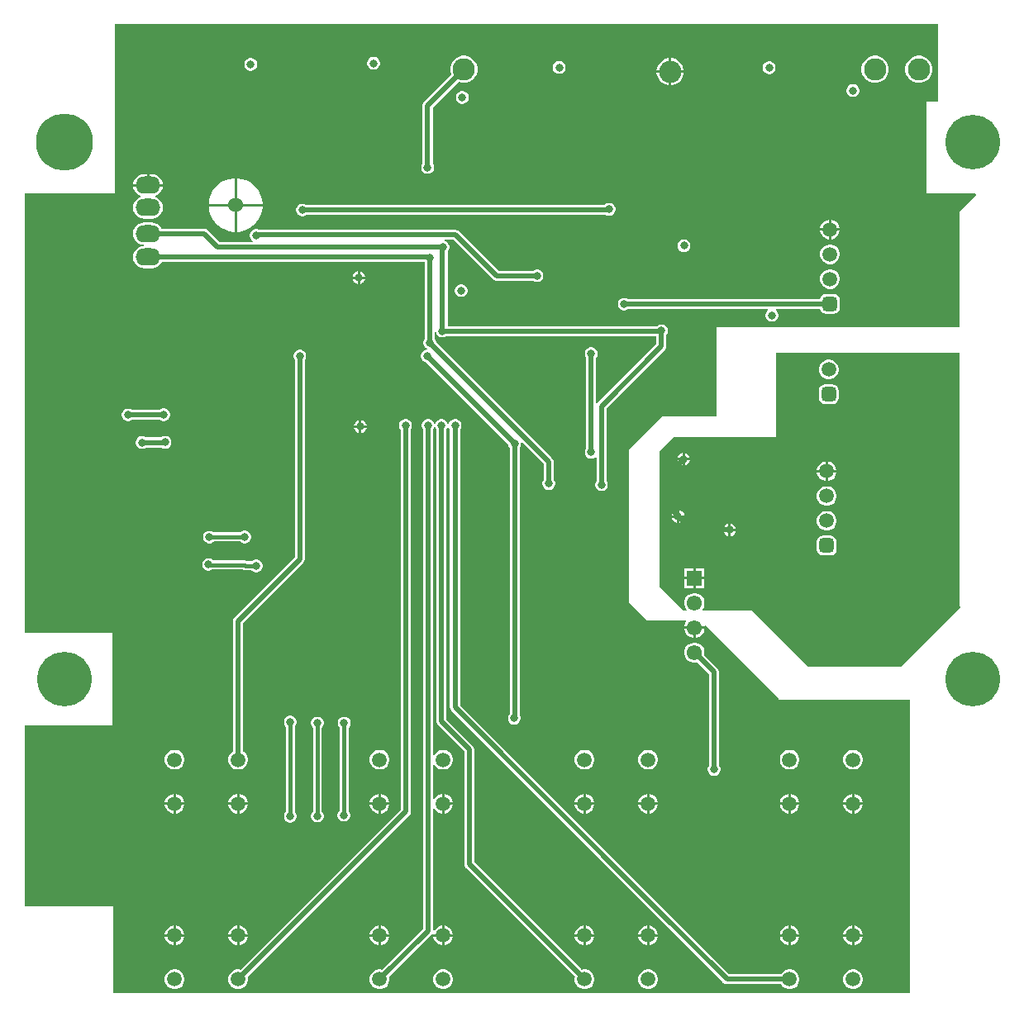
<source format=gbr>
%TF.GenerationSoftware,Altium Limited,Altium Designer,21.6.4 (81)*%
G04 Layer_Physical_Order=2*
G04 Layer_Color=16711680*
%FSLAX43Y43*%
%MOMM*%
%TF.SameCoordinates,6460C9BA-4ACB-47D4-91E6-0B69D92CFE26*%
%TF.FilePolarity,Positive*%
%TF.FileFunction,Copper,L2,Bot,Signal*%
%TF.Part,Single*%
G01*
G75*
%TA.AperFunction,Conductor*%
%ADD26C,0.400*%
%ADD27C,0.500*%
%TA.AperFunction,ComponentPad*%
%ADD31C,2.286*%
%ADD32O,2.540X1.778*%
%ADD33C,5.588*%
%ADD34C,5.842*%
%ADD35C,1.524*%
G04:AMPARAMS|DCode=36|XSize=1.5mm|YSize=1.5mm|CornerRadius=0.375mm|HoleSize=0mm|Usage=FLASHONLY|Rotation=90.000|XOffset=0mm|YOffset=0mm|HoleType=Round|Shape=RoundedRectangle|*
%AMROUNDEDRECTD36*
21,1,1.500,0.750,0,0,90.0*
21,1,0.750,1.500,0,0,90.0*
1,1,0.750,0.375,0.375*
1,1,0.750,0.375,-0.375*
1,1,0.750,-0.375,-0.375*
1,1,0.750,-0.375,0.375*
%
%ADD36ROUNDEDRECTD36*%
%ADD37C,1.500*%
%ADD38C,1.550*%
%ADD39R,1.550X1.550*%
%TA.AperFunction,ViaPad*%
%ADD40C,0.800*%
G36*
X96189Y40050D02*
X96217Y39912D01*
X96245Y39870D01*
X90150Y33775D01*
X80700D01*
X74950Y39525D01*
X69836D01*
X69788Y39642D01*
X69823Y39678D01*
X69959Y39913D01*
X70029Y40175D01*
Y40445D01*
X69959Y40707D01*
X69823Y40942D01*
X69632Y41133D01*
X69397Y41269D01*
X69135Y41339D01*
X68865D01*
X68603Y41269D01*
X68368Y41133D01*
X68177Y40942D01*
X68041Y40707D01*
X67971Y40445D01*
Y40175D01*
X68041Y39913D01*
X68177Y39678D01*
X68212Y39642D01*
X68164Y39525D01*
X67825D01*
X65400Y41950D01*
Y55818D01*
X66857Y57275D01*
X77385D01*
Y65950D01*
X91225Y65975D01*
X96189D01*
Y40050D01*
D02*
G37*
G36*
X93950Y91700D02*
X92812D01*
Y82275D01*
X97799D01*
X97847Y82158D01*
X96295Y80605D01*
X96217Y80488D01*
X96189Y80350D01*
Y68575D01*
X71275D01*
Y59400D01*
X65700D01*
X62275Y55975D01*
Y40375D01*
X64100Y38550D01*
X68159D01*
X68207Y38433D01*
X68177Y38402D01*
X68041Y38167D01*
X67971Y37905D01*
Y37897D01*
X69000D01*
X70029D01*
Y37905D01*
X70023Y37929D01*
X70133Y37992D01*
X77725Y30400D01*
X91050D01*
Y361D01*
X9475Y361D01*
Y9225D01*
X361D01*
X361Y27800D01*
X9375D01*
Y37250D01*
X361D01*
X361Y82250D01*
X9650D01*
Y99639D01*
X93950Y99639D01*
Y91700D01*
D02*
G37*
%LPC*%
G36*
X82907Y65249D02*
X82643D01*
X82387Y65181D01*
X82159Y65048D01*
X81972Y64861D01*
X81839Y64633D01*
X81771Y64377D01*
Y64113D01*
X81839Y63857D01*
X81972Y63629D01*
X82159Y63442D01*
X82387Y63309D01*
X82643Y63241D01*
X82907D01*
X83163Y63309D01*
X83391Y63442D01*
X83578Y63629D01*
X83711Y63857D01*
X83779Y64113D01*
Y64377D01*
X83711Y64633D01*
X83578Y64861D01*
X83391Y65048D01*
X83163Y65181D01*
X82907Y65249D01*
D02*
G37*
G36*
X83150Y62721D02*
X82400D01*
X82155Y62673D01*
X81947Y62533D01*
X81808Y62325D01*
X81759Y62080D01*
Y61330D01*
X81808Y61085D01*
X81947Y60877D01*
X82155Y60737D01*
X82400Y60689D01*
X83150D01*
X83395Y60737D01*
X83603Y60877D01*
X83743Y61085D01*
X83791Y61330D01*
Y62080D01*
X83743Y62325D01*
X83603Y62533D01*
X83395Y62673D01*
X83150Y62721D01*
D02*
G37*
G36*
X68027Y55693D02*
Y55177D01*
X68543D01*
X68509Y55302D01*
X68423Y55452D01*
X68302Y55573D01*
X68152Y55659D01*
X68027Y55693D01*
D02*
G37*
G36*
X67773D02*
X67648Y55659D01*
X67498Y55573D01*
X67377Y55452D01*
X67291Y55302D01*
X67257Y55177D01*
X67773D01*
Y55693D01*
D02*
G37*
G36*
X68543Y54923D02*
X68027D01*
Y54407D01*
X68152Y54441D01*
X68302Y54527D01*
X68423Y54648D01*
X68509Y54798D01*
X68543Y54923D01*
D02*
G37*
G36*
X67773D02*
X67257D01*
X67291Y54798D01*
X67377Y54648D01*
X67498Y54527D01*
X67648Y54441D01*
X67773Y54407D01*
Y54923D01*
D02*
G37*
G36*
X82682Y54814D02*
X82677D01*
Y53937D01*
X83554D01*
Y53942D01*
X83486Y54198D01*
X83353Y54426D01*
X83166Y54613D01*
X82938Y54746D01*
X82682Y54814D01*
D02*
G37*
G36*
X82423D02*
X82418D01*
X82162Y54746D01*
X81934Y54613D01*
X81747Y54426D01*
X81614Y54198D01*
X81546Y53942D01*
Y53937D01*
X82423D01*
Y54814D01*
D02*
G37*
G36*
X83554Y53683D02*
X82677D01*
Y52806D01*
X82682D01*
X82938Y52874D01*
X83166Y53007D01*
X83353Y53194D01*
X83486Y53422D01*
X83554Y53678D01*
Y53683D01*
D02*
G37*
G36*
X82423D02*
X81546D01*
Y53678D01*
X81614Y53422D01*
X81747Y53194D01*
X81934Y53007D01*
X82162Y52874D01*
X82418Y52806D01*
X82423D01*
Y53683D01*
D02*
G37*
G36*
X82682Y52274D02*
X82418D01*
X82162Y52206D01*
X81934Y52073D01*
X81747Y51886D01*
X81614Y51658D01*
X81546Y51402D01*
Y51138D01*
X81614Y50882D01*
X81747Y50654D01*
X81934Y50467D01*
X82162Y50334D01*
X82418Y50266D01*
X82682D01*
X82938Y50334D01*
X83166Y50467D01*
X83353Y50654D01*
X83486Y50882D01*
X83554Y51138D01*
Y51402D01*
X83486Y51658D01*
X83353Y51886D01*
X83166Y52073D01*
X82938Y52206D01*
X82682Y52274D01*
D02*
G37*
G36*
X67452Y49818D02*
Y49302D01*
X67968D01*
X67934Y49427D01*
X67848Y49577D01*
X67727Y49698D01*
X67577Y49784D01*
X67452Y49818D01*
D02*
G37*
G36*
X67198D02*
X67073Y49784D01*
X66923Y49698D01*
X66802Y49577D01*
X66716Y49427D01*
X66682Y49302D01*
X67198D01*
Y49818D01*
D02*
G37*
G36*
X67968Y49048D02*
X67452D01*
Y48532D01*
X67577Y48566D01*
X67727Y48652D01*
X67848Y48773D01*
X67934Y48923D01*
X67968Y49048D01*
D02*
G37*
G36*
X67198D02*
X66682D01*
X66716Y48923D01*
X66802Y48773D01*
X66923Y48652D01*
X67073Y48566D01*
X67198Y48532D01*
Y49048D01*
D02*
G37*
G36*
X72727Y48443D02*
Y47927D01*
X73243D01*
X73209Y48052D01*
X73123Y48202D01*
X73002Y48323D01*
X72852Y48409D01*
X72727Y48443D01*
D02*
G37*
G36*
X72473D02*
X72348Y48409D01*
X72198Y48323D01*
X72077Y48202D01*
X71991Y48052D01*
X71957Y47927D01*
X72473D01*
Y48443D01*
D02*
G37*
G36*
X82682Y49734D02*
X82418D01*
X82162Y49666D01*
X81934Y49533D01*
X81747Y49346D01*
X81614Y49118D01*
X81546Y48862D01*
Y48598D01*
X81614Y48342D01*
X81747Y48114D01*
X81934Y47927D01*
X82162Y47794D01*
X82418Y47726D01*
X82682D01*
X82938Y47794D01*
X83166Y47927D01*
X83353Y48114D01*
X83486Y48342D01*
X83554Y48598D01*
Y48862D01*
X83486Y49118D01*
X83353Y49346D01*
X83166Y49533D01*
X82938Y49666D01*
X82682Y49734D01*
D02*
G37*
G36*
X73243Y47673D02*
X72727D01*
Y47157D01*
X72852Y47191D01*
X73002Y47277D01*
X73123Y47398D01*
X73209Y47548D01*
X73243Y47673D01*
D02*
G37*
G36*
X72473D02*
X71957D01*
X71991Y47548D01*
X72077Y47398D01*
X72198Y47277D01*
X72348Y47191D01*
X72473Y47157D01*
Y47673D01*
D02*
G37*
G36*
X82925Y47206D02*
X82175D01*
X81930Y47158D01*
X81722Y47018D01*
X81582Y46810D01*
X81534Y46565D01*
Y45815D01*
X81582Y45570D01*
X81722Y45362D01*
X81930Y45222D01*
X82175Y45174D01*
X82925D01*
X83170Y45222D01*
X83378Y45362D01*
X83518Y45570D01*
X83566Y45815D01*
Y46565D01*
X83518Y46810D01*
X83378Y47018D01*
X83170Y47158D01*
X82925Y47206D01*
D02*
G37*
G36*
X70029Y43879D02*
X69127D01*
Y42977D01*
X70029D01*
Y43879D01*
D02*
G37*
G36*
X68873D02*
X67971D01*
Y42977D01*
X68873D01*
Y43879D01*
D02*
G37*
G36*
X70029Y42723D02*
X69127D01*
Y41821D01*
X70029D01*
Y42723D01*
D02*
G37*
G36*
X68873D02*
X67971D01*
Y41821D01*
X68873D01*
Y42723D01*
D02*
G37*
G36*
X36236Y96279D02*
X36064D01*
X35898Y96234D01*
X35748Y96148D01*
X35627Y96027D01*
X35541Y95877D01*
X35496Y95711D01*
Y95539D01*
X35541Y95373D01*
X35627Y95223D01*
X35748Y95102D01*
X35898Y95016D01*
X36064Y94971D01*
X36236D01*
X36402Y95016D01*
X36552Y95102D01*
X36673Y95223D01*
X36759Y95373D01*
X36804Y95539D01*
Y95711D01*
X36759Y95877D01*
X36673Y96027D01*
X36552Y96148D01*
X36402Y96234D01*
X36236Y96279D01*
D02*
G37*
G36*
X66709Y96147D02*
X66652D01*
Y94877D01*
X67922D01*
Y94934D01*
X67827Y95289D01*
X67643Y95608D01*
X67383Y95868D01*
X67064Y96052D01*
X66709Y96147D01*
D02*
G37*
G36*
X66398D02*
X66341D01*
X65986Y96052D01*
X65667Y95868D01*
X65407Y95608D01*
X65223Y95289D01*
X65128Y94934D01*
Y94877D01*
X66398D01*
Y96147D01*
D02*
G37*
G36*
X23636Y96154D02*
X23464D01*
X23298Y96109D01*
X23148Y96023D01*
X23027Y95902D01*
X22941Y95752D01*
X22896Y95586D01*
Y95414D01*
X22941Y95248D01*
X23027Y95098D01*
X23148Y94977D01*
X23298Y94891D01*
X23464Y94846D01*
X23636D01*
X23802Y94891D01*
X23952Y94977D01*
X24073Y95098D01*
X24159Y95248D01*
X24204Y95414D01*
Y95586D01*
X24159Y95752D01*
X24073Y95902D01*
X23952Y96023D01*
X23802Y96109D01*
X23636Y96154D01*
D02*
G37*
G36*
X55236Y95854D02*
X55064D01*
X54898Y95809D01*
X54748Y95723D01*
X54627Y95602D01*
X54541Y95452D01*
X54496Y95286D01*
Y95114D01*
X54541Y94948D01*
X54627Y94798D01*
X54748Y94677D01*
X54898Y94591D01*
X55064Y94546D01*
X55236D01*
X55402Y94591D01*
X55552Y94677D01*
X55673Y94798D01*
X55759Y94948D01*
X55804Y95114D01*
Y95286D01*
X55759Y95452D01*
X55673Y95602D01*
X55552Y95723D01*
X55402Y95809D01*
X55236Y95854D01*
D02*
G37*
G36*
X76736Y95804D02*
X76564D01*
X76398Y95759D01*
X76248Y95673D01*
X76127Y95552D01*
X76041Y95402D01*
X75996Y95236D01*
Y95064D01*
X76041Y94898D01*
X76127Y94748D01*
X76248Y94627D01*
X76398Y94541D01*
X76564Y94496D01*
X76736D01*
X76902Y94541D01*
X77052Y94627D01*
X77173Y94748D01*
X77259Y94898D01*
X77304Y95064D01*
Y95236D01*
X77259Y95402D01*
X77173Y95552D01*
X77052Y95673D01*
X76902Y95759D01*
X76736Y95804D01*
D02*
G37*
G36*
X92184Y96397D02*
X91816D01*
X91461Y96302D01*
X91142Y96118D01*
X90882Y95858D01*
X90698Y95539D01*
X90603Y95184D01*
Y94816D01*
X90698Y94461D01*
X90882Y94142D01*
X91142Y93882D01*
X91461Y93698D01*
X91816Y93603D01*
X92184D01*
X92539Y93698D01*
X92858Y93882D01*
X93118Y94142D01*
X93302Y94461D01*
X93397Y94816D01*
Y95184D01*
X93302Y95539D01*
X93118Y95858D01*
X92858Y96118D01*
X92539Y96302D01*
X92184Y96397D01*
D02*
G37*
G36*
X87684D02*
X87316D01*
X86961Y96302D01*
X86642Y96118D01*
X86382Y95858D01*
X86198Y95539D01*
X86103Y95184D01*
Y94816D01*
X86198Y94461D01*
X86382Y94142D01*
X86642Y93882D01*
X86961Y93698D01*
X87316Y93603D01*
X87684D01*
X88039Y93698D01*
X88358Y93882D01*
X88618Y94142D01*
X88802Y94461D01*
X88897Y94816D01*
Y95184D01*
X88802Y95539D01*
X88618Y95858D01*
X88358Y96118D01*
X88039Y96302D01*
X87684Y96397D01*
D02*
G37*
G36*
X45559D02*
X45191D01*
X44836Y96302D01*
X44517Y96118D01*
X44257Y95858D01*
X44073Y95539D01*
X43978Y95184D01*
Y94816D01*
X44073Y94461D01*
X44086Y94438D01*
X41312Y91663D01*
X41200Y91497D01*
X41161Y91300D01*
Y85361D01*
X41152Y85352D01*
X41066Y85202D01*
X41021Y85036D01*
Y84864D01*
X41066Y84698D01*
X41152Y84548D01*
X41273Y84427D01*
X41423Y84341D01*
X41589Y84296D01*
X41761D01*
X41927Y84341D01*
X42077Y84427D01*
X42198Y84548D01*
X42284Y84698D01*
X42329Y84864D01*
Y85036D01*
X42284Y85202D01*
X42198Y85352D01*
X42189Y85361D01*
Y91087D01*
X44813Y93711D01*
X44836Y93698D01*
X45191Y93603D01*
X45559D01*
X45914Y93698D01*
X46233Y93882D01*
X46493Y94142D01*
X46677Y94461D01*
X46772Y94816D01*
Y95184D01*
X46677Y95539D01*
X46493Y95858D01*
X46233Y96118D01*
X45914Y96302D01*
X45559Y96397D01*
D02*
G37*
G36*
X67922Y94623D02*
X66652D01*
Y93353D01*
X66709D01*
X67064Y93448D01*
X67383Y93632D01*
X67643Y93892D01*
X67827Y94211D01*
X67922Y94566D01*
Y94623D01*
D02*
G37*
G36*
X66398D02*
X65128D01*
Y94566D01*
X65223Y94211D01*
X65407Y93892D01*
X65667Y93632D01*
X65986Y93448D01*
X66341Y93353D01*
X66398D01*
Y94623D01*
D02*
G37*
G36*
X85336Y93479D02*
X85164D01*
X84998Y93434D01*
X84848Y93348D01*
X84727Y93227D01*
X84641Y93077D01*
X84596Y92911D01*
Y92739D01*
X84641Y92573D01*
X84727Y92423D01*
X84848Y92302D01*
X84998Y92216D01*
X85164Y92171D01*
X85336D01*
X85502Y92216D01*
X85652Y92302D01*
X85773Y92423D01*
X85859Y92573D01*
X85904Y92739D01*
Y92911D01*
X85859Y93077D01*
X85773Y93227D01*
X85652Y93348D01*
X85502Y93434D01*
X85336Y93479D01*
D02*
G37*
G36*
X45311Y92779D02*
X45139D01*
X44973Y92734D01*
X44823Y92648D01*
X44702Y92527D01*
X44616Y92377D01*
X44571Y92211D01*
Y92039D01*
X44616Y91873D01*
X44702Y91723D01*
X44823Y91602D01*
X44973Y91516D01*
X45139Y91471D01*
X45311D01*
X45477Y91516D01*
X45627Y91602D01*
X45748Y91723D01*
X45834Y91873D01*
X45879Y92039D01*
Y92211D01*
X45834Y92377D01*
X45748Y92527D01*
X45627Y92648D01*
X45477Y92734D01*
X45311Y92779D01*
D02*
G37*
G36*
X13408Y84267D02*
X13154D01*
Y83241D01*
X14544D01*
X14522Y83412D01*
X14406Y83690D01*
X14223Y83929D01*
X13984Y84112D01*
X13706Y84228D01*
X13408Y84267D01*
D02*
G37*
G36*
X12900D02*
X12646D01*
X12348Y84228D01*
X12070Y84112D01*
X11831Y83929D01*
X11648Y83690D01*
X11532Y83412D01*
X11510Y83241D01*
X12900D01*
Y84267D01*
D02*
G37*
G36*
X22217Y83836D02*
X22127D01*
Y81209D01*
X24754D01*
Y81299D01*
X24686Y81727D01*
X24552Y82139D01*
X24355Y82525D01*
X24101Y82876D01*
X23794Y83183D01*
X23443Y83437D01*
X23057Y83634D01*
X22645Y83768D01*
X22217Y83836D01*
D02*
G37*
G36*
X21873D02*
X21783D01*
X21355Y83768D01*
X20943Y83634D01*
X20557Y83437D01*
X20206Y83183D01*
X19899Y82876D01*
X19645Y82525D01*
X19448Y82139D01*
X19314Y81727D01*
X19246Y81299D01*
Y81209D01*
X21873D01*
Y83836D01*
D02*
G37*
G36*
X60336Y81304D02*
X60164D01*
X59998Y81259D01*
X59848Y81173D01*
X59801Y81126D01*
X29203D01*
X29102Y81184D01*
X28936Y81229D01*
X28764D01*
X28598Y81184D01*
X28448Y81098D01*
X28327Y80977D01*
X28241Y80827D01*
X28196Y80661D01*
Y80489D01*
X28241Y80323D01*
X28327Y80173D01*
X28448Y80052D01*
X28598Y79966D01*
X28764Y79921D01*
X28936D01*
X29102Y79966D01*
X29252Y80052D01*
X29299Y80099D01*
X59897D01*
X59998Y80041D01*
X60164Y79996D01*
X60336D01*
X60502Y80041D01*
X60652Y80127D01*
X60773Y80248D01*
X60859Y80398D01*
X60904Y80564D01*
Y80736D01*
X60859Y80902D01*
X60773Y81052D01*
X60652Y81173D01*
X60502Y81259D01*
X60336Y81304D01*
D02*
G37*
G36*
X14544Y82987D02*
X11510D01*
X11532Y82816D01*
X11648Y82538D01*
X11831Y82299D01*
X12070Y82116D01*
X12253Y82040D01*
Y81902D01*
X12070Y81826D01*
X11831Y81643D01*
X11648Y81404D01*
X11532Y81126D01*
X11493Y80828D01*
X11532Y80530D01*
X11648Y80252D01*
X11831Y80013D01*
X12070Y79830D01*
X12348Y79714D01*
X12646Y79675D01*
X13408D01*
X13706Y79714D01*
X13984Y79830D01*
X14223Y80013D01*
X14406Y80252D01*
X14522Y80530D01*
X14561Y80828D01*
X14522Y81126D01*
X14406Y81404D01*
X14223Y81643D01*
X13984Y81826D01*
X13801Y81902D01*
Y82040D01*
X13984Y82116D01*
X14223Y82299D01*
X14406Y82538D01*
X14522Y82816D01*
X14544Y82987D01*
D02*
G37*
G36*
X83007Y79589D02*
X83002D01*
Y78712D01*
X83879D01*
Y78717D01*
X83811Y78973D01*
X83678Y79201D01*
X83491Y79388D01*
X83263Y79521D01*
X83007Y79589D01*
D02*
G37*
G36*
X82748D02*
X82743D01*
X82487Y79521D01*
X82259Y79388D01*
X82072Y79201D01*
X81939Y78973D01*
X81871Y78717D01*
Y78712D01*
X82748D01*
Y79589D01*
D02*
G37*
G36*
X24754Y80955D02*
X22127D01*
Y78328D01*
X22217D01*
X22645Y78396D01*
X23057Y78530D01*
X23443Y78727D01*
X23794Y78981D01*
X24101Y79288D01*
X24355Y79639D01*
X24552Y80025D01*
X24686Y80437D01*
X24754Y80865D01*
Y80955D01*
D02*
G37*
G36*
X21873D02*
X19246D01*
Y80865D01*
X19314Y80437D01*
X19448Y80025D01*
X19645Y79639D01*
X19899Y79288D01*
X20206Y78981D01*
X20557Y78727D01*
X20943Y78530D01*
X21355Y78396D01*
X21783Y78328D01*
X21873D01*
Y80955D01*
D02*
G37*
G36*
X83879Y78458D02*
X83002D01*
Y77581D01*
X83007D01*
X83263Y77649D01*
X83491Y77782D01*
X83678Y77969D01*
X83811Y78197D01*
X83879Y78453D01*
Y78458D01*
D02*
G37*
G36*
X82748D02*
X81871D01*
Y78453D01*
X81939Y78197D01*
X82072Y77969D01*
X82259Y77782D01*
X82487Y77649D01*
X82743Y77581D01*
X82748D01*
Y78458D01*
D02*
G37*
G36*
X68011Y77579D02*
X67839D01*
X67673Y77534D01*
X67523Y77448D01*
X67402Y77327D01*
X67316Y77177D01*
X67271Y77011D01*
Y76839D01*
X67316Y76673D01*
X67402Y76523D01*
X67523Y76402D01*
X67673Y76316D01*
X67839Y76271D01*
X68011D01*
X68177Y76316D01*
X68327Y76402D01*
X68448Y76523D01*
X68534Y76673D01*
X68579Y76839D01*
Y77011D01*
X68534Y77177D01*
X68448Y77327D01*
X68327Y77448D01*
X68177Y77534D01*
X68011Y77579D01*
D02*
G37*
G36*
X83007Y77049D02*
X82743D01*
X82487Y76981D01*
X82259Y76848D01*
X82072Y76661D01*
X81939Y76433D01*
X81871Y76177D01*
Y75913D01*
X81939Y75657D01*
X82072Y75429D01*
X82259Y75242D01*
X82487Y75109D01*
X82743Y75041D01*
X83007D01*
X83263Y75109D01*
X83491Y75242D01*
X83678Y75429D01*
X83811Y75657D01*
X83879Y75913D01*
Y76177D01*
X83811Y76433D01*
X83678Y76661D01*
X83491Y76848D01*
X83263Y76981D01*
X83007Y77049D01*
D02*
G37*
G36*
X34752Y74293D02*
Y73777D01*
X35268D01*
X35234Y73902D01*
X35148Y74052D01*
X35027Y74173D01*
X34877Y74259D01*
X34752Y74293D01*
D02*
G37*
G36*
X34498D02*
X34373Y74259D01*
X34223Y74173D01*
X34102Y74052D01*
X34016Y73902D01*
X33982Y73777D01*
X34498D01*
Y74293D01*
D02*
G37*
G36*
X13408Y79314D02*
X12646D01*
X12348Y79275D01*
X12070Y79159D01*
X11831Y78976D01*
X11648Y78737D01*
X11532Y78459D01*
X11493Y78161D01*
X11532Y77863D01*
X11648Y77585D01*
X11831Y77346D01*
X12070Y77163D01*
X12348Y77047D01*
X12567Y77019D01*
Y76890D01*
X12348Y76862D01*
X12070Y76746D01*
X11831Y76563D01*
X11648Y76324D01*
X11532Y76046D01*
X11493Y75748D01*
X11532Y75450D01*
X11648Y75172D01*
X11831Y74933D01*
X12070Y74750D01*
X12348Y74634D01*
X12646Y74595D01*
X13408D01*
X13706Y74634D01*
X13984Y74750D01*
X14223Y74933D01*
X14406Y75172D01*
X14430Y75227D01*
X41374D01*
Y67371D01*
X41291Y67227D01*
X41246Y67061D01*
Y66889D01*
X41291Y66723D01*
X41377Y66573D01*
X41498Y66452D01*
X41621Y66381D01*
X41596Y66254D01*
X41539D01*
X41373Y66209D01*
X41223Y66123D01*
X41102Y66002D01*
X41016Y65852D01*
X40971Y65686D01*
Y65514D01*
X41016Y65348D01*
X41102Y65198D01*
X41223Y65077D01*
X41373Y64991D01*
X41539Y64946D01*
X41552D01*
X49921Y56577D01*
Y56564D01*
X49966Y56398D01*
X50052Y56248D01*
X50061Y56239D01*
Y28936D01*
X50027Y28902D01*
X49941Y28752D01*
X49896Y28586D01*
Y28414D01*
X49941Y28248D01*
X50027Y28098D01*
X50148Y27977D01*
X50298Y27891D01*
X50464Y27846D01*
X50636D01*
X50802Y27891D01*
X50952Y27977D01*
X51073Y28098D01*
X51159Y28248D01*
X51204Y28414D01*
Y28586D01*
X51159Y28752D01*
X51089Y28875D01*
Y56239D01*
X51098Y56248D01*
X51184Y56398D01*
X51229Y56564D01*
Y56736D01*
X51228Y56741D01*
X51342Y56807D01*
X53573Y54575D01*
Y52949D01*
X53564Y52939D01*
X53478Y52790D01*
X53433Y52624D01*
Y52452D01*
X53478Y52285D01*
X53564Y52136D01*
X53686Y52015D01*
X53835Y51929D01*
X54001Y51884D01*
X54173D01*
X54340Y51929D01*
X54489Y52015D01*
X54610Y52136D01*
X54696Y52285D01*
X54741Y52452D01*
Y52624D01*
X54696Y52790D01*
X54610Y52939D01*
X54601Y52949D01*
Y54788D01*
X54562Y54985D01*
X54450Y55151D01*
X42554Y67048D01*
Y67061D01*
X42509Y67227D01*
X42423Y67377D01*
X42401Y67399D01*
Y68045D01*
X42528Y68061D01*
X42566Y67923D01*
X42652Y67773D01*
X42773Y67652D01*
X42923Y67566D01*
X43089Y67521D01*
X43261D01*
X43427Y67566D01*
X43577Y67652D01*
X43599Y67674D01*
X65111D01*
Y66838D01*
X59112Y60838D01*
X59066Y60770D01*
X58939Y60808D01*
Y65439D01*
X58948Y65448D01*
X59034Y65598D01*
X59079Y65764D01*
Y65936D01*
X59034Y66102D01*
X58948Y66252D01*
X58827Y66373D01*
X58677Y66459D01*
X58511Y66504D01*
X58339D01*
X58173Y66459D01*
X58023Y66373D01*
X57902Y66252D01*
X57816Y66102D01*
X57771Y65936D01*
Y65764D01*
X57816Y65598D01*
X57902Y65448D01*
X57911Y65439D01*
Y56161D01*
X57902Y56152D01*
X57816Y56002D01*
X57771Y55836D01*
Y55664D01*
X57816Y55498D01*
X57902Y55348D01*
X58023Y55227D01*
X58173Y55141D01*
X58339Y55096D01*
X58511D01*
X58677Y55141D01*
X58827Y55227D01*
X58834Y55234D01*
X58961Y55182D01*
Y52836D01*
X58952Y52827D01*
X58866Y52677D01*
X58821Y52511D01*
Y52339D01*
X58866Y52173D01*
X58952Y52023D01*
X59073Y51902D01*
X59223Y51816D01*
X59389Y51771D01*
X59561D01*
X59727Y51816D01*
X59877Y51902D01*
X59998Y52023D01*
X60084Y52173D01*
X60129Y52339D01*
Y52511D01*
X60084Y52677D01*
X59998Y52827D01*
X59989Y52836D01*
Y60262D01*
X65988Y66262D01*
X66100Y66428D01*
X66139Y66625D01*
Y67789D01*
X66148Y67798D01*
X66234Y67948D01*
X66279Y68114D01*
Y68286D01*
X66234Y68452D01*
X66148Y68602D01*
X66027Y68723D01*
X65877Y68809D01*
X65711Y68854D01*
X65539D01*
X65373Y68809D01*
X65223Y68723D01*
X65201Y68701D01*
X43714D01*
Y76314D01*
X43748Y76348D01*
X43834Y76498D01*
X43879Y76664D01*
Y76836D01*
X43834Y77002D01*
X43748Y77152D01*
X43627Y77273D01*
X43477Y77359D01*
X43385Y77384D01*
X43402Y77511D01*
X44337D01*
X48362Y73487D01*
X48528Y73375D01*
X48725Y73336D01*
X52464D01*
X52473Y73327D01*
X52623Y73241D01*
X52789Y73196D01*
X52961D01*
X53127Y73241D01*
X53277Y73327D01*
X53398Y73448D01*
X53484Y73598D01*
X53529Y73764D01*
Y73936D01*
X53484Y74102D01*
X53398Y74252D01*
X53277Y74373D01*
X53127Y74459D01*
X52961Y74504D01*
X52789D01*
X52623Y74459D01*
X52473Y74373D01*
X52464Y74364D01*
X48938D01*
X44913Y78388D01*
X44747Y78500D01*
X44550Y78539D01*
X24431D01*
X24352Y78584D01*
X24186Y78629D01*
X24014D01*
X23848Y78584D01*
X23698Y78498D01*
X23577Y78377D01*
X23491Y78227D01*
X23446Y78061D01*
Y77889D01*
X23491Y77723D01*
X23577Y77573D01*
X23698Y77452D01*
X23804Y77391D01*
X23770Y77264D01*
X20363D01*
X19102Y78524D01*
X18936Y78636D01*
X18739Y78675D01*
X14432D01*
X14406Y78737D01*
X14223Y78976D01*
X13984Y79159D01*
X13706Y79275D01*
X13408Y79314D01*
D02*
G37*
G36*
X35268Y73523D02*
X34752D01*
Y73007D01*
X34877Y73041D01*
X35027Y73127D01*
X35148Y73248D01*
X35234Y73398D01*
X35268Y73523D01*
D02*
G37*
G36*
X34498D02*
X33982D01*
X34016Y73398D01*
X34102Y73248D01*
X34223Y73127D01*
X34373Y73041D01*
X34498Y73007D01*
Y73523D01*
D02*
G37*
G36*
X83007Y74509D02*
X82743D01*
X82487Y74441D01*
X82259Y74308D01*
X82072Y74121D01*
X81939Y73893D01*
X81871Y73637D01*
Y73373D01*
X81939Y73117D01*
X82072Y72889D01*
X82259Y72702D01*
X82487Y72569D01*
X82743Y72501D01*
X83007D01*
X83263Y72569D01*
X83491Y72702D01*
X83678Y72889D01*
X83811Y73117D01*
X83879Y73373D01*
Y73637D01*
X83811Y73893D01*
X83678Y74121D01*
X83491Y74308D01*
X83263Y74441D01*
X83007Y74509D01*
D02*
G37*
G36*
X45211Y72979D02*
X45039D01*
X44873Y72934D01*
X44723Y72848D01*
X44602Y72727D01*
X44516Y72577D01*
X44471Y72411D01*
Y72239D01*
X44516Y72073D01*
X44602Y71923D01*
X44723Y71802D01*
X44873Y71716D01*
X45039Y71671D01*
X45211D01*
X45377Y71716D01*
X45527Y71802D01*
X45648Y71923D01*
X45734Y72073D01*
X45779Y72239D01*
Y72411D01*
X45734Y72577D01*
X45648Y72727D01*
X45527Y72848D01*
X45377Y72934D01*
X45211Y72979D01*
D02*
G37*
G36*
X83250Y71981D02*
X82500D01*
X82255Y71933D01*
X82047Y71793D01*
X81908Y71585D01*
X81886Y71479D01*
X62174D01*
X62077Y71534D01*
X61911Y71579D01*
X61739D01*
X61573Y71534D01*
X61423Y71448D01*
X61302Y71327D01*
X61216Y71177D01*
X61171Y71011D01*
Y70839D01*
X61216Y70673D01*
X61302Y70523D01*
X61423Y70402D01*
X61573Y70316D01*
X61739Y70271D01*
X61911D01*
X62077Y70316D01*
X62227Y70402D01*
X62276Y70451D01*
X76516D01*
X76550Y70324D01*
X76548Y70323D01*
X76427Y70202D01*
X76341Y70052D01*
X76296Y69886D01*
Y69714D01*
X76341Y69548D01*
X76427Y69398D01*
X76548Y69277D01*
X76698Y69191D01*
X76864Y69146D01*
X77036D01*
X77202Y69191D01*
X77352Y69277D01*
X77473Y69398D01*
X77559Y69548D01*
X77604Y69714D01*
Y69886D01*
X77559Y70052D01*
X77473Y70202D01*
X77352Y70323D01*
X77350Y70324D01*
X77384Y70451D01*
X81886D01*
X81908Y70345D01*
X82047Y70137D01*
X82255Y69997D01*
X82500Y69949D01*
X83250D01*
X83495Y69997D01*
X83703Y70137D01*
X83842Y70345D01*
X83891Y70590D01*
Y71340D01*
X83842Y71585D01*
X83703Y71793D01*
X83495Y71933D01*
X83250Y71981D01*
D02*
G37*
G36*
X14711Y60254D02*
X14539D01*
X14373Y60209D01*
X14223Y60123D01*
X14201Y60101D01*
X11371D01*
X11227Y60184D01*
X11061Y60229D01*
X10889D01*
X10723Y60184D01*
X10573Y60098D01*
X10452Y59977D01*
X10366Y59827D01*
X10321Y59661D01*
Y59489D01*
X10366Y59323D01*
X10452Y59173D01*
X10573Y59052D01*
X10723Y58966D01*
X10889Y58921D01*
X11061D01*
X11227Y58966D01*
X11377Y59052D01*
X11399Y59074D01*
X14229D01*
X14373Y58991D01*
X14539Y58946D01*
X14711D01*
X14877Y58991D01*
X15027Y59077D01*
X15148Y59198D01*
X15234Y59348D01*
X15279Y59514D01*
Y59686D01*
X15234Y59852D01*
X15148Y60002D01*
X15027Y60123D01*
X14877Y60209D01*
X14711Y60254D01*
D02*
G37*
G36*
X44561Y59154D02*
X44389D01*
X44223Y59109D01*
X44073Y59023D01*
X43952Y58902D01*
X43866Y58752D01*
X43853Y58706D01*
X43722D01*
X43709Y58752D01*
X43623Y58902D01*
X43502Y59023D01*
X43352Y59109D01*
X43186Y59154D01*
X43014D01*
X42848Y59109D01*
X42698Y59023D01*
X42577Y58902D01*
X42491Y58752D01*
X42466Y58660D01*
X42334D01*
X42309Y58752D01*
X42223Y58902D01*
X42102Y59023D01*
X41952Y59109D01*
X41786Y59154D01*
X41614D01*
X41448Y59109D01*
X41298Y59023D01*
X41177Y58902D01*
X41091Y58752D01*
X41046Y58586D01*
Y58414D01*
X41091Y58248D01*
X41177Y58098D01*
X41186Y58089D01*
X41186Y6913D01*
X36997Y2723D01*
X36882Y2754D01*
X36618D01*
X36362Y2686D01*
X36134Y2553D01*
X35947Y2366D01*
X35814Y2138D01*
X35746Y1882D01*
Y1618D01*
X35814Y1362D01*
X35947Y1134D01*
X36134Y947D01*
X36362Y814D01*
X36618Y746D01*
X36882D01*
X37138Y814D01*
X37366Y947D01*
X37553Y1134D01*
X37686Y1362D01*
X37754Y1618D01*
Y1882D01*
X37723Y1997D01*
X42063Y6337D01*
X42128Y6434D01*
X42246Y6382D01*
Y6377D01*
X43123D01*
Y7254D01*
X43118D01*
X42862Y7186D01*
X42634Y7053D01*
X42447Y6866D01*
X42364Y6723D01*
X42341Y6721D01*
X42214Y6837D01*
Y19283D01*
X42341Y19317D01*
X42447Y19134D01*
X42634Y18947D01*
X42862Y18814D01*
X43118Y18746D01*
X43123D01*
Y19750D01*
Y20754D01*
X43118D01*
X42862Y20686D01*
X42634Y20553D01*
X42447Y20366D01*
X42341Y20183D01*
X42214Y20217D01*
Y23783D01*
X42341Y23817D01*
X42447Y23634D01*
X42634Y23447D01*
X42862Y23314D01*
X43118Y23246D01*
X43382D01*
X43638Y23314D01*
X43866Y23447D01*
X44053Y23634D01*
X44186Y23862D01*
X44254Y24118D01*
Y24382D01*
X44186Y24638D01*
X44053Y24866D01*
X43866Y25053D01*
X43638Y25186D01*
X43382Y25254D01*
X43118D01*
X42862Y25186D01*
X42634Y25053D01*
X42447Y24866D01*
X42341Y24683D01*
X42214Y24717D01*
X42214Y58089D01*
X42223Y58098D01*
X42309Y58248D01*
X42334Y58340D01*
X42466D01*
X42491Y58248D01*
X42577Y58098D01*
X42586Y58089D01*
Y28150D01*
X42625Y27953D01*
X42737Y27787D01*
X45411Y25112D01*
Y13575D01*
X45450Y13378D01*
X45562Y13212D01*
X56777Y1997D01*
X56746Y1882D01*
Y1618D01*
X56814Y1362D01*
X56947Y1134D01*
X57134Y947D01*
X57362Y814D01*
X57618Y746D01*
X57882D01*
X58138Y814D01*
X58366Y947D01*
X58553Y1134D01*
X58686Y1362D01*
X58754Y1618D01*
Y1882D01*
X58686Y2138D01*
X58553Y2366D01*
X58366Y2553D01*
X58138Y2686D01*
X57882Y2754D01*
X57618D01*
X57503Y2723D01*
X46439Y13788D01*
Y25325D01*
X46400Y25522D01*
X46288Y25688D01*
X43614Y28363D01*
Y58089D01*
X43623Y58098D01*
X43709Y58248D01*
X43722Y58294D01*
X43853D01*
X43866Y58248D01*
X43952Y58098D01*
X43961Y58089D01*
Y29625D01*
X44000Y29428D01*
X44112Y29262D01*
X64337Y9037D01*
X64337Y9037D01*
X71987Y1387D01*
X72153Y1275D01*
X72350Y1236D01*
X77887D01*
X77947Y1134D01*
X78134Y947D01*
X78362Y814D01*
X78618Y746D01*
X78882D01*
X79138Y814D01*
X79366Y947D01*
X79553Y1134D01*
X79686Y1362D01*
X79754Y1618D01*
Y1882D01*
X79686Y2138D01*
X79553Y2366D01*
X79366Y2553D01*
X79138Y2686D01*
X78882Y2754D01*
X78618D01*
X78362Y2686D01*
X78134Y2553D01*
X77947Y2366D01*
X77887Y2264D01*
X72563D01*
X65063Y9763D01*
X44989Y29838D01*
Y58089D01*
X44998Y58098D01*
X45084Y58248D01*
X45129Y58414D01*
Y58586D01*
X45084Y58752D01*
X44998Y58902D01*
X44877Y59023D01*
X44727Y59109D01*
X44561Y59154D01*
D02*
G37*
G36*
X34902Y59018D02*
Y58502D01*
X35418D01*
X35384Y58627D01*
X35298Y58777D01*
X35177Y58898D01*
X35027Y58984D01*
X34902Y59018D01*
D02*
G37*
G36*
X34648D02*
X34523Y58984D01*
X34373Y58898D01*
X34252Y58777D01*
X34166Y58627D01*
X34132Y58502D01*
X34648D01*
Y59018D01*
D02*
G37*
G36*
X35418Y58248D02*
X34902D01*
Y57732D01*
X35027Y57766D01*
X35177Y57852D01*
X35298Y57973D01*
X35384Y58123D01*
X35418Y58248D01*
D02*
G37*
G36*
X34648D02*
X34132D01*
X34166Y58123D01*
X34252Y57973D01*
X34373Y57852D01*
X34523Y57766D01*
X34648Y57732D01*
Y58248D01*
D02*
G37*
G36*
X14861Y57429D02*
X14689D01*
X14523Y57384D01*
X14373Y57298D01*
X14351Y57276D01*
X12796D01*
X12652Y57359D01*
X12486Y57404D01*
X12314D01*
X12148Y57359D01*
X11998Y57273D01*
X11877Y57152D01*
X11791Y57002D01*
X11746Y56836D01*
Y56664D01*
X11791Y56498D01*
X11877Y56348D01*
X11998Y56227D01*
X12148Y56141D01*
X12314Y56096D01*
X12486D01*
X12652Y56141D01*
X12802Y56227D01*
X12824Y56249D01*
X14379D01*
X14523Y56166D01*
X14689Y56121D01*
X14861D01*
X15027Y56166D01*
X15177Y56252D01*
X15298Y56373D01*
X15384Y56523D01*
X15429Y56689D01*
Y56861D01*
X15384Y57027D01*
X15298Y57177D01*
X15177Y57298D01*
X15027Y57384D01*
X14861Y57429D01*
D02*
G37*
G36*
X23011Y47729D02*
X22839D01*
X22673Y47684D01*
X22523Y47598D01*
X22463Y47538D01*
X19762D01*
X19727Y47573D01*
X19577Y47659D01*
X19411Y47704D01*
X19239D01*
X19073Y47659D01*
X18923Y47573D01*
X18802Y47452D01*
X18716Y47302D01*
X18671Y47136D01*
Y46964D01*
X18716Y46798D01*
X18802Y46648D01*
X18923Y46527D01*
X19073Y46441D01*
X19239Y46396D01*
X19411D01*
X19577Y46441D01*
X19727Y46527D01*
X19812Y46612D01*
X22463D01*
X22523Y46552D01*
X22673Y46466D01*
X22839Y46421D01*
X23011D01*
X23177Y46466D01*
X23327Y46552D01*
X23448Y46673D01*
X23534Y46823D01*
X23579Y46989D01*
Y47161D01*
X23534Y47327D01*
X23448Y47477D01*
X23327Y47598D01*
X23177Y47684D01*
X23011Y47729D01*
D02*
G37*
G36*
X19311Y44904D02*
X19139D01*
X18973Y44859D01*
X18823Y44773D01*
X18702Y44652D01*
X18616Y44502D01*
X18571Y44336D01*
Y44164D01*
X18616Y43998D01*
X18702Y43848D01*
X18823Y43727D01*
X18973Y43641D01*
X19139Y43596D01*
X19311D01*
X19477Y43641D01*
X19627Y43727D01*
X19662Y43762D01*
X22726D01*
X22823Y43697D01*
X23000Y43662D01*
X23000Y43662D01*
X23638D01*
X23698Y43602D01*
X23848Y43516D01*
X24014Y43471D01*
X24186D01*
X24352Y43516D01*
X24502Y43602D01*
X24623Y43723D01*
X24709Y43873D01*
X24754Y44039D01*
Y44211D01*
X24709Y44377D01*
X24623Y44527D01*
X24502Y44648D01*
X24352Y44734D01*
X24186Y44779D01*
X24014D01*
X23848Y44734D01*
X23698Y44648D01*
X23638Y44588D01*
X23174D01*
X23077Y44653D01*
X22900Y44688D01*
X22900Y44688D01*
X19712D01*
X19627Y44773D01*
X19477Y44859D01*
X19311Y44904D01*
D02*
G37*
G36*
X70029Y37643D02*
X69127D01*
Y36741D01*
X69135D01*
X69397Y36811D01*
X69632Y36947D01*
X69823Y37138D01*
X69959Y37373D01*
X70029Y37635D01*
Y37643D01*
D02*
G37*
G36*
X68873D02*
X67971D01*
Y37635D01*
X68041Y37373D01*
X68177Y37138D01*
X68368Y36947D01*
X68603Y36811D01*
X68865Y36741D01*
X68873D01*
Y37643D01*
D02*
G37*
G36*
X85382Y25254D02*
X85118D01*
X84862Y25186D01*
X84634Y25053D01*
X84447Y24866D01*
X84314Y24638D01*
X84246Y24382D01*
Y24118D01*
X84314Y23862D01*
X84447Y23634D01*
X84634Y23447D01*
X84862Y23314D01*
X85118Y23246D01*
X85382D01*
X85638Y23314D01*
X85866Y23447D01*
X86053Y23634D01*
X86186Y23862D01*
X86254Y24118D01*
Y24382D01*
X86186Y24638D01*
X86053Y24866D01*
X85866Y25053D01*
X85638Y25186D01*
X85382Y25254D01*
D02*
G37*
G36*
X78882D02*
X78618D01*
X78362Y25186D01*
X78134Y25053D01*
X77947Y24866D01*
X77814Y24638D01*
X77746Y24382D01*
Y24118D01*
X77814Y23862D01*
X77947Y23634D01*
X78134Y23447D01*
X78362Y23314D01*
X78618Y23246D01*
X78882D01*
X79138Y23314D01*
X79366Y23447D01*
X79553Y23634D01*
X79686Y23862D01*
X79754Y24118D01*
Y24382D01*
X79686Y24638D01*
X79553Y24866D01*
X79366Y25053D01*
X79138Y25186D01*
X78882Y25254D01*
D02*
G37*
G36*
X64382D02*
X64118D01*
X63862Y25186D01*
X63634Y25053D01*
X63447Y24866D01*
X63314Y24638D01*
X63246Y24382D01*
Y24118D01*
X63314Y23862D01*
X63447Y23634D01*
X63634Y23447D01*
X63862Y23314D01*
X64118Y23246D01*
X64382D01*
X64638Y23314D01*
X64866Y23447D01*
X65053Y23634D01*
X65186Y23862D01*
X65254Y24118D01*
Y24382D01*
X65186Y24638D01*
X65053Y24866D01*
X64866Y25053D01*
X64638Y25186D01*
X64382Y25254D01*
D02*
G37*
G36*
X57882D02*
X57618D01*
X57362Y25186D01*
X57134Y25053D01*
X56947Y24866D01*
X56814Y24638D01*
X56746Y24382D01*
Y24118D01*
X56814Y23862D01*
X56947Y23634D01*
X57134Y23447D01*
X57362Y23314D01*
X57618Y23246D01*
X57882D01*
X58138Y23314D01*
X58366Y23447D01*
X58553Y23634D01*
X58686Y23862D01*
X58754Y24118D01*
Y24382D01*
X58686Y24638D01*
X58553Y24866D01*
X58366Y25053D01*
X58138Y25186D01*
X57882Y25254D01*
D02*
G37*
G36*
X36882D02*
X36618D01*
X36362Y25186D01*
X36134Y25053D01*
X35947Y24866D01*
X35814Y24638D01*
X35746Y24382D01*
Y24118D01*
X35814Y23862D01*
X35947Y23634D01*
X36134Y23447D01*
X36362Y23314D01*
X36618Y23246D01*
X36882D01*
X37138Y23314D01*
X37366Y23447D01*
X37553Y23634D01*
X37686Y23862D01*
X37754Y24118D01*
Y24382D01*
X37686Y24638D01*
X37553Y24866D01*
X37366Y25053D01*
X37138Y25186D01*
X36882Y25254D01*
D02*
G37*
G36*
X28661Y66254D02*
X28489D01*
X28323Y66209D01*
X28173Y66123D01*
X28052Y66002D01*
X27966Y65852D01*
X27921Y65686D01*
Y65514D01*
X27966Y65348D01*
X28052Y65198D01*
X28061Y65189D01*
Y45013D01*
X21887Y38838D01*
X21775Y38672D01*
X21736Y38475D01*
Y25113D01*
X21634Y25053D01*
X21447Y24866D01*
X21314Y24638D01*
X21246Y24382D01*
Y24118D01*
X21314Y23862D01*
X21447Y23634D01*
X21634Y23447D01*
X21862Y23314D01*
X22118Y23246D01*
X22382D01*
X22638Y23314D01*
X22866Y23447D01*
X23053Y23634D01*
X23186Y23862D01*
X23254Y24118D01*
Y24382D01*
X23186Y24638D01*
X23053Y24866D01*
X22866Y25053D01*
X22764Y25113D01*
Y38262D01*
X28938Y44437D01*
X29050Y44603D01*
X29089Y44800D01*
Y65189D01*
X29098Y65198D01*
X29184Y65348D01*
X29229Y65514D01*
Y65686D01*
X29184Y65852D01*
X29098Y66002D01*
X28977Y66123D01*
X28827Y66209D01*
X28661Y66254D01*
D02*
G37*
G36*
X15882Y25254D02*
X15618D01*
X15362Y25186D01*
X15134Y25053D01*
X14947Y24866D01*
X14814Y24638D01*
X14746Y24382D01*
Y24118D01*
X14814Y23862D01*
X14947Y23634D01*
X15134Y23447D01*
X15362Y23314D01*
X15618Y23246D01*
X15882D01*
X16138Y23314D01*
X16366Y23447D01*
X16553Y23634D01*
X16686Y23862D01*
X16754Y24118D01*
Y24382D01*
X16686Y24638D01*
X16553Y24866D01*
X16366Y25053D01*
X16138Y25186D01*
X15882Y25254D01*
D02*
G37*
G36*
X69135Y36259D02*
X68865D01*
X68603Y36189D01*
X68368Y36053D01*
X68177Y35862D01*
X68041Y35627D01*
X67971Y35365D01*
Y35095D01*
X68041Y34833D01*
X68177Y34598D01*
X68368Y34407D01*
X68603Y34271D01*
X68865Y34201D01*
X69135D01*
X69283Y34240D01*
X70486Y33037D01*
Y23661D01*
X70477Y23652D01*
X70391Y23502D01*
X70346Y23336D01*
Y23164D01*
X70391Y22998D01*
X70477Y22848D01*
X70598Y22727D01*
X70748Y22641D01*
X70914Y22596D01*
X71086D01*
X71252Y22641D01*
X71402Y22727D01*
X71523Y22848D01*
X71609Y22998D01*
X71654Y23164D01*
Y23336D01*
X71609Y23502D01*
X71523Y23652D01*
X71514Y23661D01*
Y33250D01*
X71475Y33447D01*
X71363Y33613D01*
X69998Y34979D01*
X70029Y35095D01*
Y35365D01*
X69959Y35627D01*
X69823Y35862D01*
X69632Y36053D01*
X69397Y36189D01*
X69135Y36259D01*
D02*
G37*
G36*
X57882Y20754D02*
X57877D01*
Y19877D01*
X58754D01*
Y19882D01*
X58686Y20138D01*
X58553Y20366D01*
X58366Y20553D01*
X58138Y20686D01*
X57882Y20754D01*
D02*
G37*
G36*
X64382D02*
X64377D01*
Y19877D01*
X65254D01*
Y19882D01*
X65186Y20138D01*
X65053Y20366D01*
X64866Y20553D01*
X64638Y20686D01*
X64382Y20754D01*
D02*
G37*
G36*
X36882D02*
X36877D01*
Y19877D01*
X37754D01*
Y19882D01*
X37686Y20138D01*
X37553Y20366D01*
X37366Y20553D01*
X37138Y20686D01*
X36882Y20754D01*
D02*
G37*
G36*
X43382D02*
X43377D01*
Y19877D01*
X44254D01*
Y19882D01*
X44186Y20138D01*
X44053Y20366D01*
X43866Y20553D01*
X43638Y20686D01*
X43382Y20754D01*
D02*
G37*
G36*
X85382D02*
X85377D01*
Y19877D01*
X86254D01*
Y19882D01*
X86186Y20138D01*
X86053Y20366D01*
X85866Y20553D01*
X85638Y20686D01*
X85382Y20754D01*
D02*
G37*
G36*
X78882D02*
X78877D01*
Y19877D01*
X79754D01*
Y19882D01*
X79686Y20138D01*
X79553Y20366D01*
X79366Y20553D01*
X79138Y20686D01*
X78882Y20754D01*
D02*
G37*
G36*
X22382D02*
X22377D01*
Y19877D01*
X23254D01*
Y19882D01*
X23186Y20138D01*
X23053Y20366D01*
X22866Y20553D01*
X22638Y20686D01*
X22382Y20754D01*
D02*
G37*
G36*
X15882D02*
X15877D01*
Y19877D01*
X16754D01*
Y19882D01*
X16686Y20138D01*
X16553Y20366D01*
X16366Y20553D01*
X16138Y20686D01*
X15882Y20754D01*
D02*
G37*
G36*
X22123D02*
X22118D01*
X21862Y20686D01*
X21634Y20553D01*
X21447Y20366D01*
X21314Y20138D01*
X21246Y19882D01*
Y19877D01*
X22123D01*
Y20754D01*
D02*
G37*
G36*
X15623D02*
X15618D01*
X15362Y20686D01*
X15134Y20553D01*
X14947Y20366D01*
X14814Y20138D01*
X14746Y19882D01*
Y19877D01*
X15623D01*
Y20754D01*
D02*
G37*
G36*
X85123D02*
X85118D01*
X84862Y20686D01*
X84634Y20553D01*
X84447Y20366D01*
X84314Y20138D01*
X84246Y19882D01*
Y19877D01*
X85123D01*
Y20754D01*
D02*
G37*
G36*
X78623D02*
X78618D01*
X78362Y20686D01*
X78134Y20553D01*
X77947Y20366D01*
X77814Y20138D01*
X77746Y19882D01*
Y19877D01*
X78623D01*
Y20754D01*
D02*
G37*
G36*
X36623D02*
X36618D01*
X36362Y20686D01*
X36134Y20553D01*
X35947Y20366D01*
X35814Y20138D01*
X35746Y19882D01*
Y19877D01*
X36623D01*
Y20754D01*
D02*
G37*
G36*
X57623D02*
X57618D01*
X57362Y20686D01*
X57134Y20553D01*
X56947Y20366D01*
X56814Y20138D01*
X56746Y19882D01*
Y19877D01*
X57623D01*
Y20754D01*
D02*
G37*
G36*
X64123D02*
X64118D01*
X63862Y20686D01*
X63634Y20553D01*
X63447Y20366D01*
X63314Y20138D01*
X63246Y19882D01*
Y19877D01*
X64123D01*
Y20754D01*
D02*
G37*
G36*
X86254Y19623D02*
X85377D01*
Y18746D01*
X85382D01*
X85638Y18814D01*
X85866Y18947D01*
X86053Y19134D01*
X86186Y19362D01*
X86254Y19618D01*
Y19623D01*
D02*
G37*
G36*
X85123D02*
X84246D01*
Y19618D01*
X84314Y19362D01*
X84447Y19134D01*
X84634Y18947D01*
X84862Y18814D01*
X85118Y18746D01*
X85123D01*
Y19623D01*
D02*
G37*
G36*
X79754D02*
X78877D01*
Y18746D01*
X78882D01*
X79138Y18814D01*
X79366Y18947D01*
X79553Y19134D01*
X79686Y19362D01*
X79754Y19618D01*
Y19623D01*
D02*
G37*
G36*
X78623D02*
X77746D01*
Y19618D01*
X77814Y19362D01*
X77947Y19134D01*
X78134Y18947D01*
X78362Y18814D01*
X78618Y18746D01*
X78623D01*
Y19623D01*
D02*
G37*
G36*
X65254D02*
X64377D01*
Y18746D01*
X64382D01*
X64638Y18814D01*
X64866Y18947D01*
X65053Y19134D01*
X65186Y19362D01*
X65254Y19618D01*
Y19623D01*
D02*
G37*
G36*
X64123D02*
X63246D01*
Y19618D01*
X63314Y19362D01*
X63447Y19134D01*
X63634Y18947D01*
X63862Y18814D01*
X64118Y18746D01*
X64123D01*
Y19623D01*
D02*
G37*
G36*
X58754D02*
X57877D01*
Y18746D01*
X57882D01*
X58138Y18814D01*
X58366Y18947D01*
X58553Y19134D01*
X58686Y19362D01*
X58754Y19618D01*
Y19623D01*
D02*
G37*
G36*
X57623D02*
X56746D01*
Y19618D01*
X56814Y19362D01*
X56947Y19134D01*
X57134Y18947D01*
X57362Y18814D01*
X57618Y18746D01*
X57623D01*
Y19623D01*
D02*
G37*
G36*
X44254D02*
X43377D01*
Y18746D01*
X43382D01*
X43638Y18814D01*
X43866Y18947D01*
X44053Y19134D01*
X44186Y19362D01*
X44254Y19618D01*
Y19623D01*
D02*
G37*
G36*
X37754D02*
X36877D01*
Y18746D01*
X36882D01*
X37138Y18814D01*
X37366Y18947D01*
X37553Y19134D01*
X37686Y19362D01*
X37754Y19618D01*
Y19623D01*
D02*
G37*
G36*
X36623D02*
X35746D01*
Y19618D01*
X35814Y19362D01*
X35947Y19134D01*
X36134Y18947D01*
X36362Y18814D01*
X36618Y18746D01*
X36623D01*
Y19623D01*
D02*
G37*
G36*
X23254D02*
X22377D01*
Y18746D01*
X22382D01*
X22638Y18814D01*
X22866Y18947D01*
X23053Y19134D01*
X23186Y19362D01*
X23254Y19618D01*
Y19623D01*
D02*
G37*
G36*
X22123D02*
X21246D01*
Y19618D01*
X21314Y19362D01*
X21447Y19134D01*
X21634Y18947D01*
X21862Y18814D01*
X22118Y18746D01*
X22123D01*
Y19623D01*
D02*
G37*
G36*
X16754D02*
X15877D01*
Y18746D01*
X15882D01*
X16138Y18814D01*
X16366Y18947D01*
X16553Y19134D01*
X16686Y19362D01*
X16754Y19618D01*
Y19623D01*
D02*
G37*
G36*
X15623D02*
X14746D01*
Y19618D01*
X14814Y19362D01*
X14947Y19134D01*
X15134Y18947D01*
X15362Y18814D01*
X15618Y18746D01*
X15623D01*
Y19623D01*
D02*
G37*
G36*
X33211Y28654D02*
X33039D01*
X32873Y28609D01*
X32723Y28523D01*
X32602Y28402D01*
X32516Y28252D01*
X32471Y28086D01*
Y27914D01*
X32516Y27748D01*
X32602Y27598D01*
X32637Y27563D01*
Y19037D01*
X32577Y18977D01*
X32491Y18827D01*
X32446Y18661D01*
Y18489D01*
X32491Y18323D01*
X32577Y18173D01*
X32698Y18052D01*
X32848Y17966D01*
X33014Y17921D01*
X33186D01*
X33352Y17966D01*
X33502Y18052D01*
X33623Y18173D01*
X33709Y18323D01*
X33754Y18489D01*
Y18661D01*
X33709Y18827D01*
X33623Y18977D01*
X33563Y19037D01*
Y27513D01*
X33648Y27598D01*
X33734Y27748D01*
X33779Y27914D01*
Y28086D01*
X33734Y28252D01*
X33648Y28402D01*
X33527Y28523D01*
X33377Y28609D01*
X33211Y28654D01*
D02*
G37*
G36*
X30461D02*
X30289D01*
X30123Y28609D01*
X29973Y28523D01*
X29852Y28402D01*
X29766Y28252D01*
X29721Y28086D01*
Y27914D01*
X29766Y27748D01*
X29852Y27598D01*
X29912Y27538D01*
Y18937D01*
X29852Y18877D01*
X29766Y18727D01*
X29721Y18561D01*
Y18389D01*
X29766Y18223D01*
X29852Y18073D01*
X29973Y17952D01*
X30123Y17866D01*
X30289Y17821D01*
X30461D01*
X30627Y17866D01*
X30777Y17952D01*
X30898Y18073D01*
X30984Y18223D01*
X31029Y18389D01*
Y18561D01*
X30984Y18727D01*
X30898Y18877D01*
X30838Y18937D01*
Y27538D01*
X30898Y27598D01*
X30984Y27748D01*
X31029Y27914D01*
Y28086D01*
X30984Y28252D01*
X30898Y28402D01*
X30777Y28523D01*
X30627Y28609D01*
X30461Y28654D01*
D02*
G37*
G36*
X27686Y28754D02*
X27514D01*
X27348Y28709D01*
X27198Y28623D01*
X27077Y28502D01*
X26991Y28352D01*
X26946Y28186D01*
Y28014D01*
X26991Y27848D01*
X27077Y27698D01*
X27137Y27638D01*
Y18912D01*
X27077Y18852D01*
X26991Y18702D01*
X26946Y18536D01*
Y18364D01*
X26991Y18198D01*
X27077Y18048D01*
X27198Y17927D01*
X27348Y17841D01*
X27514Y17796D01*
X27686D01*
X27852Y17841D01*
X28002Y17927D01*
X28123Y18048D01*
X28209Y18198D01*
X28254Y18364D01*
Y18536D01*
X28209Y18702D01*
X28123Y18852D01*
X28063Y18912D01*
Y27638D01*
X28123Y27698D01*
X28209Y27848D01*
X28254Y28014D01*
Y28186D01*
X28209Y28352D01*
X28123Y28502D01*
X28002Y28623D01*
X27852Y28709D01*
X27686Y28754D01*
D02*
G37*
G36*
X85382Y7254D02*
X85377D01*
Y6377D01*
X86254D01*
Y6382D01*
X86186Y6638D01*
X86053Y6866D01*
X85866Y7053D01*
X85638Y7186D01*
X85382Y7254D01*
D02*
G37*
G36*
X85123D02*
X85118D01*
X84862Y7186D01*
X84634Y7053D01*
X84447Y6866D01*
X84314Y6638D01*
X84246Y6382D01*
Y6377D01*
X85123D01*
Y7254D01*
D02*
G37*
G36*
X78882D02*
X78877D01*
Y6377D01*
X79754D01*
Y6382D01*
X79686Y6638D01*
X79553Y6866D01*
X79366Y7053D01*
X79138Y7186D01*
X78882Y7254D01*
D02*
G37*
G36*
X78623D02*
X78618D01*
X78362Y7186D01*
X78134Y7053D01*
X77947Y6866D01*
X77814Y6638D01*
X77746Y6382D01*
Y6377D01*
X78623D01*
Y7254D01*
D02*
G37*
G36*
X64382D02*
X64377D01*
Y6377D01*
X65254D01*
Y6382D01*
X65186Y6638D01*
X65053Y6866D01*
X64866Y7053D01*
X64638Y7186D01*
X64382Y7254D01*
D02*
G37*
G36*
X64123D02*
X64118D01*
X63862Y7186D01*
X63634Y7053D01*
X63447Y6866D01*
X63314Y6638D01*
X63246Y6382D01*
Y6377D01*
X64123D01*
Y7254D01*
D02*
G37*
G36*
X57882D02*
X57877D01*
Y6377D01*
X58754D01*
Y6382D01*
X58686Y6638D01*
X58553Y6866D01*
X58366Y7053D01*
X58138Y7186D01*
X57882Y7254D01*
D02*
G37*
G36*
X57623D02*
X57618D01*
X57362Y7186D01*
X57134Y7053D01*
X56947Y6866D01*
X56814Y6638D01*
X56746Y6382D01*
Y6377D01*
X57623D01*
Y7254D01*
D02*
G37*
G36*
X43382D02*
X43377D01*
Y6377D01*
X44254D01*
Y6382D01*
X44186Y6638D01*
X44053Y6866D01*
X43866Y7053D01*
X43638Y7186D01*
X43382Y7254D01*
D02*
G37*
G36*
X36882D02*
X36877D01*
Y6377D01*
X37754D01*
Y6382D01*
X37686Y6638D01*
X37553Y6866D01*
X37366Y7053D01*
X37138Y7186D01*
X36882Y7254D01*
D02*
G37*
G36*
X36623D02*
X36618D01*
X36362Y7186D01*
X36134Y7053D01*
X35947Y6866D01*
X35814Y6638D01*
X35746Y6382D01*
Y6377D01*
X36623D01*
Y7254D01*
D02*
G37*
G36*
X22382D02*
X22377D01*
Y6377D01*
X23254D01*
Y6382D01*
X23186Y6638D01*
X23053Y6866D01*
X22866Y7053D01*
X22638Y7186D01*
X22382Y7254D01*
D02*
G37*
G36*
X22123D02*
X22118D01*
X21862Y7186D01*
X21634Y7053D01*
X21447Y6866D01*
X21314Y6638D01*
X21246Y6382D01*
Y6377D01*
X22123D01*
Y7254D01*
D02*
G37*
G36*
X15882D02*
X15877D01*
Y6377D01*
X16754D01*
Y6382D01*
X16686Y6638D01*
X16553Y6866D01*
X16366Y7053D01*
X16138Y7186D01*
X15882Y7254D01*
D02*
G37*
G36*
X15623D02*
X15618D01*
X15362Y7186D01*
X15134Y7053D01*
X14947Y6866D01*
X14814Y6638D01*
X14746Y6382D01*
Y6377D01*
X15623D01*
Y7254D01*
D02*
G37*
G36*
X86254Y6123D02*
X85377D01*
Y5246D01*
X85382D01*
X85638Y5314D01*
X85866Y5447D01*
X86053Y5634D01*
X86186Y5862D01*
X86254Y6118D01*
Y6123D01*
D02*
G37*
G36*
X85123D02*
X84246D01*
Y6118D01*
X84314Y5862D01*
X84447Y5634D01*
X84634Y5447D01*
X84862Y5314D01*
X85118Y5246D01*
X85123D01*
Y6123D01*
D02*
G37*
G36*
X79754D02*
X78877D01*
Y5246D01*
X78882D01*
X79138Y5314D01*
X79366Y5447D01*
X79553Y5634D01*
X79686Y5862D01*
X79754Y6118D01*
Y6123D01*
D02*
G37*
G36*
X78623D02*
X77746D01*
Y6118D01*
X77814Y5862D01*
X77947Y5634D01*
X78134Y5447D01*
X78362Y5314D01*
X78618Y5246D01*
X78623D01*
Y6123D01*
D02*
G37*
G36*
X65254D02*
X64377D01*
Y5246D01*
X64382D01*
X64638Y5314D01*
X64866Y5447D01*
X65053Y5634D01*
X65186Y5862D01*
X65254Y6118D01*
Y6123D01*
D02*
G37*
G36*
X64123D02*
X63246D01*
Y6118D01*
X63314Y5862D01*
X63447Y5634D01*
X63634Y5447D01*
X63862Y5314D01*
X64118Y5246D01*
X64123D01*
Y6123D01*
D02*
G37*
G36*
X58754D02*
X57877D01*
Y5246D01*
X57882D01*
X58138Y5314D01*
X58366Y5447D01*
X58553Y5634D01*
X58686Y5862D01*
X58754Y6118D01*
Y6123D01*
D02*
G37*
G36*
X57623D02*
X56746D01*
Y6118D01*
X56814Y5862D01*
X56947Y5634D01*
X57134Y5447D01*
X57362Y5314D01*
X57618Y5246D01*
X57623D01*
Y6123D01*
D02*
G37*
G36*
X44254D02*
X43377D01*
Y5246D01*
X43382D01*
X43638Y5314D01*
X43866Y5447D01*
X44053Y5634D01*
X44186Y5862D01*
X44254Y6118D01*
Y6123D01*
D02*
G37*
G36*
X43123D02*
X42246D01*
Y6118D01*
X42314Y5862D01*
X42447Y5634D01*
X42634Y5447D01*
X42862Y5314D01*
X43118Y5246D01*
X43123D01*
Y6123D01*
D02*
G37*
G36*
X37754D02*
X36877D01*
Y5246D01*
X36882D01*
X37138Y5314D01*
X37366Y5447D01*
X37553Y5634D01*
X37686Y5862D01*
X37754Y6118D01*
Y6123D01*
D02*
G37*
G36*
X36623D02*
X35746D01*
Y6118D01*
X35814Y5862D01*
X35947Y5634D01*
X36134Y5447D01*
X36362Y5314D01*
X36618Y5246D01*
X36623D01*
Y6123D01*
D02*
G37*
G36*
X23254D02*
X22377D01*
Y5246D01*
X22382D01*
X22638Y5314D01*
X22866Y5447D01*
X23053Y5634D01*
X23186Y5862D01*
X23254Y6118D01*
Y6123D01*
D02*
G37*
G36*
X22123D02*
X21246D01*
Y6118D01*
X21314Y5862D01*
X21447Y5634D01*
X21634Y5447D01*
X21862Y5314D01*
X22118Y5246D01*
X22123D01*
Y6123D01*
D02*
G37*
G36*
X16754D02*
X15877D01*
Y5246D01*
X15882D01*
X16138Y5314D01*
X16366Y5447D01*
X16553Y5634D01*
X16686Y5862D01*
X16754Y6118D01*
Y6123D01*
D02*
G37*
G36*
X15623D02*
X14746D01*
Y6118D01*
X14814Y5862D01*
X14947Y5634D01*
X15134Y5447D01*
X15362Y5314D01*
X15618Y5246D01*
X15623D01*
Y6123D01*
D02*
G37*
G36*
X39486Y59154D02*
X39314D01*
X39148Y59109D01*
X38998Y59023D01*
X38877Y58902D01*
X38791Y58752D01*
X38746Y58586D01*
Y58414D01*
X38791Y58248D01*
X38877Y58098D01*
X38911Y58064D01*
Y19138D01*
X22497Y2723D01*
X22382Y2754D01*
X22118D01*
X21862Y2686D01*
X21634Y2553D01*
X21447Y2366D01*
X21314Y2138D01*
X21246Y1882D01*
Y1618D01*
X21314Y1362D01*
X21447Y1134D01*
X21634Y947D01*
X21862Y814D01*
X22118Y746D01*
X22382D01*
X22638Y814D01*
X22866Y947D01*
X23053Y1134D01*
X23186Y1362D01*
X23254Y1618D01*
Y1882D01*
X23223Y1997D01*
X39788Y18562D01*
X39900Y18728D01*
X39939Y18925D01*
Y58125D01*
X40009Y58248D01*
X40054Y58414D01*
Y58586D01*
X40009Y58752D01*
X39923Y58902D01*
X39802Y59023D01*
X39652Y59109D01*
X39486Y59154D01*
D02*
G37*
G36*
X85382Y2754D02*
X85118D01*
X84862Y2686D01*
X84634Y2553D01*
X84447Y2366D01*
X84314Y2138D01*
X84246Y1882D01*
Y1618D01*
X84314Y1362D01*
X84447Y1134D01*
X84634Y947D01*
X84862Y814D01*
X85118Y746D01*
X85382D01*
X85638Y814D01*
X85866Y947D01*
X86053Y1134D01*
X86186Y1362D01*
X86254Y1618D01*
Y1882D01*
X86186Y2138D01*
X86053Y2366D01*
X85866Y2553D01*
X85638Y2686D01*
X85382Y2754D01*
D02*
G37*
G36*
X64382D02*
X64118D01*
X63862Y2686D01*
X63634Y2553D01*
X63447Y2366D01*
X63314Y2138D01*
X63246Y1882D01*
Y1618D01*
X63314Y1362D01*
X63447Y1134D01*
X63634Y947D01*
X63862Y814D01*
X64118Y746D01*
X64382D01*
X64638Y814D01*
X64866Y947D01*
X65053Y1134D01*
X65186Y1362D01*
X65254Y1618D01*
Y1882D01*
X65186Y2138D01*
X65053Y2366D01*
X64866Y2553D01*
X64638Y2686D01*
X64382Y2754D01*
D02*
G37*
G36*
X43382D02*
X43118D01*
X42862Y2686D01*
X42634Y2553D01*
X42447Y2366D01*
X42314Y2138D01*
X42246Y1882D01*
Y1618D01*
X42314Y1362D01*
X42447Y1134D01*
X42634Y947D01*
X42862Y814D01*
X43118Y746D01*
X43382D01*
X43638Y814D01*
X43866Y947D01*
X44053Y1134D01*
X44186Y1362D01*
X44254Y1618D01*
Y1882D01*
X44186Y2138D01*
X44053Y2366D01*
X43866Y2553D01*
X43638Y2686D01*
X43382Y2754D01*
D02*
G37*
G36*
X15882D02*
X15618D01*
X15362Y2686D01*
X15134Y2553D01*
X14947Y2366D01*
X14814Y2138D01*
X14746Y1882D01*
Y1618D01*
X14814Y1362D01*
X14947Y1134D01*
X15134Y947D01*
X15362Y814D01*
X15618Y746D01*
X15882D01*
X16138Y814D01*
X16366Y947D01*
X16553Y1134D01*
X16686Y1362D01*
X16754Y1618D01*
Y1882D01*
X16686Y2138D01*
X16553Y2366D01*
X16366Y2553D01*
X16138Y2686D01*
X15882Y2754D01*
D02*
G37*
%LPD*%
D26*
X19350Y47075D02*
X22925D01*
X22900Y44225D02*
X23000Y44125D01*
X19250Y44225D02*
X22900D01*
X23000Y44125D02*
X24100D01*
X19225Y44250D02*
X19250Y44225D01*
X33100Y18575D02*
Y27975D01*
X27600Y18450D02*
Y28100D01*
X33100Y27975D02*
X33125Y28000D01*
X30375Y18475D02*
Y28000D01*
D27*
X24150Y78025D02*
X44550D01*
X24100Y77975D02*
X24150Y78025D01*
X58425Y55750D02*
Y65850D01*
X59475Y52425D02*
Y60475D01*
X65625Y66625D01*
X50575Y28525D02*
Y56650D01*
X50550Y28500D02*
X50575Y28525D01*
X41625Y65600D02*
X50575Y56650D01*
X41859Y75741D02*
X41875Y75725D01*
X41888Y66988D02*
Y75713D01*
X41875Y75725D02*
X41888Y75713D01*
X61825Y70925D02*
X61865Y70965D01*
X82875D01*
X28888Y80613D02*
X60213D01*
X28850Y80575D02*
X28888Y80613D01*
X60213D02*
X60250Y80650D01*
X13238Y75748D02*
X13450D01*
X13027D02*
X13238D01*
X41900Y66975D02*
X54087Y54788D01*
X41888Y66988D02*
X41900Y66975D01*
X13450Y75748D02*
X13457Y75741D01*
X41859D01*
X13027Y78161D02*
X18739D01*
X20150Y76750D02*
X43225D01*
X18739Y78161D02*
X20150Y76750D01*
X43188Y68188D02*
X43200Y68200D01*
X43175Y68175D02*
X43188Y68188D01*
X45925Y13575D02*
X57750Y1750D01*
X45925Y13575D02*
Y25325D01*
X65625Y66625D02*
Y68200D01*
X43188Y68188D02*
X65613D01*
X65625Y68200D01*
X54087Y52538D02*
Y54788D01*
X48725Y73850D02*
X52875D01*
X22250Y24250D02*
Y38475D01*
X28575Y44800D02*
Y65600D01*
X22250Y38475D02*
X28575Y44800D01*
X12413Y56763D02*
X14762D01*
X14775Y56775D01*
X12400Y56750D02*
X12413Y56763D01*
X10975Y59575D02*
X10988Y59588D01*
X14613D02*
X14625Y59600D01*
X10988Y59588D02*
X14613D01*
X66775Y49775D02*
X68750Y47800D01*
X72600D01*
X66775Y53925D02*
X67900Y55050D01*
X66775Y49775D02*
Y53925D01*
X71000Y23250D02*
Y33250D01*
X68814Y35436D02*
X71000Y33250D01*
X43100Y28150D02*
X45925Y25325D01*
X44550Y78025D02*
X48725Y73850D01*
X43200Y68200D02*
Y76725D01*
X44475Y29625D02*
Y58500D01*
X64700Y9400D02*
X64700D01*
X72350Y1750D01*
X78750D01*
X44475Y29625D02*
X64700Y9400D01*
X39400Y58450D02*
X39425Y58425D01*
Y18925D02*
Y58425D01*
X43100Y28150D02*
Y58450D01*
X41700Y58500D02*
X41700Y6700D01*
X36750Y1750D02*
X41700Y6700D01*
X22250Y1750D02*
X39425Y18925D01*
X41675Y84950D02*
Y91300D01*
X45375Y95000D01*
X43200Y76725D02*
X43225Y76750D01*
D31*
X66525Y94750D02*
D03*
X92000Y95000D02*
D03*
X87500D02*
D03*
X45375D02*
D03*
D32*
X13027Y80828D02*
D03*
Y75748D02*
D03*
Y83114D02*
D03*
Y78161D02*
D03*
D33*
X97500Y87500D02*
D03*
X4500Y32500D02*
D03*
X97500D02*
D03*
D34*
X4500Y87500D02*
D03*
D35*
X22000Y81082D02*
D03*
D36*
X82775Y61705D02*
D03*
X82550Y46190D02*
D03*
X82875Y70965D02*
D03*
D37*
X82775Y64245D02*
D03*
X82550Y48730D02*
D03*
Y51270D02*
D03*
Y53810D02*
D03*
X82875Y73505D02*
D03*
Y76045D02*
D03*
Y78585D02*
D03*
X15750Y6250D02*
D03*
Y1750D02*
D03*
X22250Y6250D02*
D03*
Y1750D02*
D03*
X85250D02*
D03*
Y6250D02*
D03*
X78750Y1750D02*
D03*
Y6250D02*
D03*
X43250Y1750D02*
D03*
Y6250D02*
D03*
X36750Y1750D02*
D03*
Y6250D02*
D03*
X64250Y1750D02*
D03*
Y6250D02*
D03*
X57750Y1750D02*
D03*
Y6250D02*
D03*
X78750Y24250D02*
D03*
Y19750D02*
D03*
X85250Y24250D02*
D03*
Y19750D02*
D03*
X57750Y24250D02*
D03*
Y19750D02*
D03*
X64250Y24250D02*
D03*
Y19750D02*
D03*
X36750Y24250D02*
D03*
Y19750D02*
D03*
X43250Y24250D02*
D03*
Y19750D02*
D03*
X15750Y24250D02*
D03*
Y19750D02*
D03*
X22250Y24250D02*
D03*
Y19750D02*
D03*
D38*
X69000Y35230D02*
D03*
Y37770D02*
D03*
Y40310D02*
D03*
D39*
Y42850D02*
D03*
D40*
X24100Y77975D02*
D03*
X76950Y69800D02*
D03*
X67925Y76925D02*
D03*
X85250Y92825D02*
D03*
X76650Y95150D02*
D03*
X55150Y95200D02*
D03*
X45225Y92125D02*
D03*
X36150Y95625D02*
D03*
X23550Y95500D02*
D03*
X58425Y65850D02*
D03*
X59475Y52425D02*
D03*
X58425Y55750D02*
D03*
X50575Y56650D02*
D03*
X50550Y28500D02*
D03*
X41625Y65600D02*
D03*
X41900Y66975D02*
D03*
X61825Y70925D02*
D03*
X60250Y80650D02*
D03*
X67325Y49175D02*
D03*
X34775Y58375D02*
D03*
X34625Y73650D02*
D03*
X65625Y68200D02*
D03*
X54087Y52538D02*
D03*
X45125Y72325D02*
D03*
X52875Y73850D02*
D03*
X24100Y44125D02*
D03*
X19225Y44250D02*
D03*
X22925Y47075D02*
D03*
X19325Y47050D02*
D03*
X12400Y56750D02*
D03*
X10975Y59575D02*
D03*
X14625Y59600D02*
D03*
X14775Y56775D02*
D03*
X72600Y47800D02*
D03*
X67900Y55050D02*
D03*
X71000Y23250D02*
D03*
X43175Y68175D02*
D03*
X39400Y58500D02*
D03*
X41700D02*
D03*
X43100D02*
D03*
X44475D02*
D03*
X33100Y18575D02*
D03*
X28850Y80575D02*
D03*
X28575Y65600D02*
D03*
X33125Y28000D02*
D03*
X30375D02*
D03*
X27600Y28100D02*
D03*
X30375Y18475D02*
D03*
X27600Y18450D02*
D03*
X41675Y84950D02*
D03*
X41875Y75725D02*
D03*
X43225Y76750D02*
D03*
%TF.MD5,3acf6530fc1b477ae1ac4351f6290eeb*%
M02*

</source>
